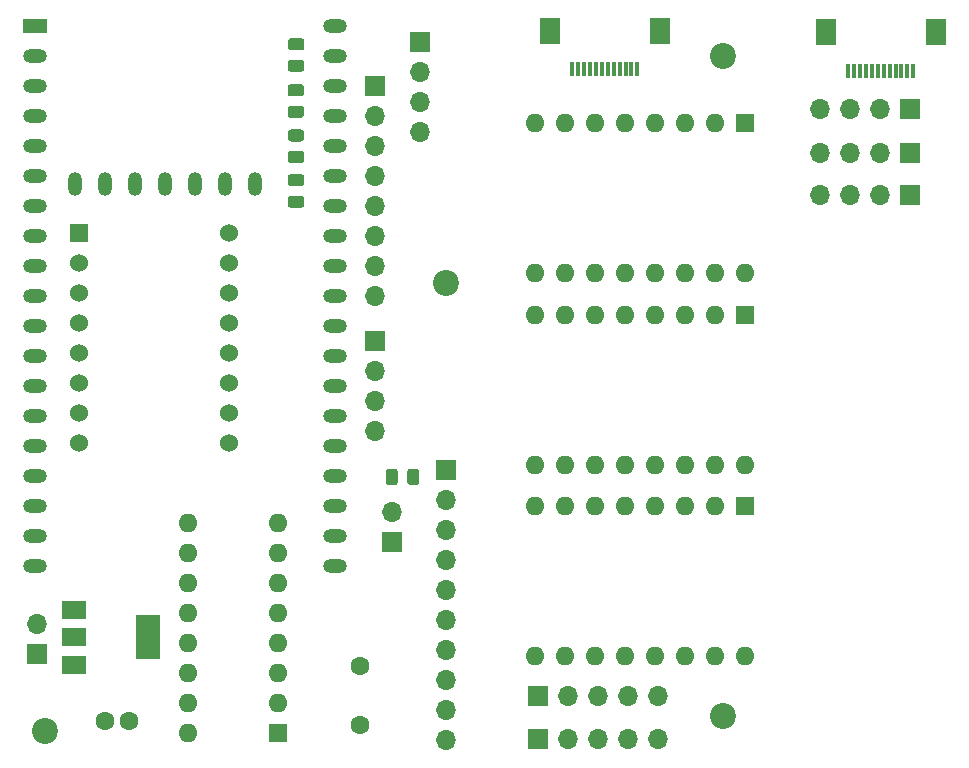
<source format=gbr>
%TF.GenerationSoftware,KiCad,Pcbnew,(7.0.0)*%
%TF.CreationDate,2023-05-19T14:17:50+07:00*%
%TF.ProjectId,wonder-reader-mk2-v2,776f6e64-6572-42d7-9265-616465722d6d,rev?*%
%TF.SameCoordinates,Original*%
%TF.FileFunction,Soldermask,Top*%
%TF.FilePolarity,Negative*%
%FSLAX46Y46*%
G04 Gerber Fmt 4.6, Leading zero omitted, Abs format (unit mm)*
G04 Created by KiCad (PCBNEW (7.0.0)) date 2023-05-19 14:17:50*
%MOMM*%
%LPD*%
G01*
G04 APERTURE LIST*
%ADD10R,1.600000X1.600000*%
%ADD11O,1.600000X1.600000*%
%ADD12R,2.000000X1.500000*%
%ADD13R,2.000000X3.800000*%
%ADD14R,0.300000X1.300000*%
%ADD15R,1.800000X2.200000*%
%ADD16C,1.600000*%
%ADD17R,1.700000X1.700000*%
%ADD18O,1.700000X1.700000*%
%ADD19C,2.200000*%
%ADD20R,2.000000X1.200000*%
%ADD21O,2.000000X1.200000*%
%ADD22R,1.530000X1.530000*%
%ADD23C,1.530000*%
%ADD24O,1.200000X2.000000*%
G04 APERTURE END LIST*
%TO.C,R1*%
G36*
G01*
X134726743Y-109728175D02*
X134726743Y-108828175D01*
G75*
G02*
X134976743Y-108578175I250000J0D01*
G01*
X135501743Y-108578175D01*
G75*
G02*
X135751743Y-108828175I0J-250000D01*
G01*
X135751743Y-109728175D01*
G75*
G02*
X135501743Y-109978175I-250000J0D01*
G01*
X134976743Y-109978175D01*
G75*
G02*
X134726743Y-109728175I0J250000D01*
G01*
G37*
G36*
G01*
X136551743Y-109728175D02*
X136551743Y-108828175D01*
G75*
G02*
X136801743Y-108578175I250000J0D01*
G01*
X137326743Y-108578175D01*
G75*
G02*
X137576743Y-108828175I0J-250000D01*
G01*
X137576743Y-109728175D01*
G75*
G02*
X137326743Y-109978175I-250000J0D01*
G01*
X136801743Y-109978175D01*
G75*
G02*
X136551743Y-109728175I0J250000D01*
G01*
G37*
%TD*%
D10*
%TO.C,A1*%
X165154532Y-111755464D03*
D11*
X162614532Y-111755464D03*
X160074532Y-111755464D03*
X157534532Y-111755464D03*
X154994532Y-111755464D03*
X152454532Y-111755464D03*
X149914532Y-111755464D03*
X147374532Y-111755464D03*
X147374532Y-124455464D03*
X149914532Y-124455464D03*
X152454532Y-124455464D03*
X154994532Y-124455464D03*
X157534532Y-124455464D03*
X160074532Y-124455464D03*
X162614532Y-124455464D03*
X165154532Y-124455464D03*
%TD*%
D12*
%TO.C,U3*%
X108314890Y-120562520D03*
X108314890Y-122862520D03*
D13*
X114614890Y-122862520D03*
D12*
X108314890Y-125162520D03*
%TD*%
D14*
%TO.C,J12*%
X179381216Y-74872391D03*
X178881216Y-74872391D03*
X178381216Y-74872391D03*
X177881216Y-74872391D03*
X177381216Y-74872391D03*
X176881216Y-74872391D03*
X176381216Y-74872391D03*
X175881216Y-74872391D03*
X175381216Y-74872391D03*
X174881216Y-74872391D03*
X174381216Y-74872391D03*
X173881216Y-74872391D03*
D15*
X181281216Y-71622391D03*
X171981216Y-71622391D03*
%TD*%
D10*
%TO.C,U5*%
X125616850Y-130944114D03*
D11*
X125616850Y-128404114D03*
X125616850Y-125864114D03*
X125616850Y-123324114D03*
X125616850Y-120784114D03*
X125616850Y-118244114D03*
X125616850Y-115704114D03*
X125616850Y-113164114D03*
X117996850Y-113164114D03*
X117996850Y-115704114D03*
X117996850Y-118244114D03*
X117996850Y-120784114D03*
X117996850Y-123324114D03*
X117996850Y-125864114D03*
X117996850Y-128404114D03*
X117996850Y-130944114D03*
%TD*%
D16*
%TO.C,C1*%
X132541682Y-130270696D03*
X132541682Y-125270696D03*
%TD*%
D17*
%TO.C,J3*%
X139787204Y-108660183D03*
D18*
X139787204Y-111200183D03*
X139787204Y-113740183D03*
X139787204Y-116280183D03*
X139787204Y-118820183D03*
X139787204Y-121360183D03*
X139787204Y-123900183D03*
X139787204Y-126440183D03*
X139787204Y-128980183D03*
X139787204Y-131520183D03*
%TD*%
D17*
%TO.C,J7*%
X147646952Y-131432444D03*
D18*
X150186952Y-131432444D03*
X152726952Y-131432444D03*
X155266952Y-131432444D03*
X157806952Y-131432444D03*
%TD*%
D19*
%TO.C,H3*%
X163272561Y-73597706D03*
%TD*%
D17*
%TO.C,J6*%
X137638552Y-72413937D03*
D18*
X137638552Y-74953937D03*
X137638552Y-77493937D03*
X137638552Y-80033937D03*
%TD*%
D16*
%TO.C,C2*%
X110968553Y-129915928D03*
X112968553Y-129915928D03*
%TD*%
D14*
%TO.C,J8*%
X156022651Y-74764154D03*
X155522651Y-74764154D03*
X155022651Y-74764154D03*
X154522651Y-74764154D03*
X154022651Y-74764154D03*
X153522651Y-74764154D03*
X153022651Y-74764154D03*
X152522651Y-74764154D03*
X152022651Y-74764154D03*
X151522651Y-74764154D03*
X151022651Y-74764154D03*
X150522651Y-74764154D03*
D15*
X157922651Y-71514154D03*
X148622651Y-71514154D03*
%TD*%
D10*
%TO.C,A2*%
X165154532Y-95545464D03*
D11*
X162614532Y-95545464D03*
X160074532Y-95545464D03*
X157534532Y-95545464D03*
X154994532Y-95545464D03*
X152454532Y-95545464D03*
X149914532Y-95545464D03*
X147374532Y-95545464D03*
X147374532Y-108245464D03*
X149914532Y-108245464D03*
X152454532Y-108245464D03*
X154994532Y-108245464D03*
X157534532Y-108245464D03*
X160074532Y-108245464D03*
X162614532Y-108245464D03*
X165154532Y-108245464D03*
%TD*%
%TO.C,R3*%
G36*
G01*
X127579854Y-74986004D02*
X126679854Y-74986004D01*
G75*
G02*
X126429854Y-74736004I0J250000D01*
G01*
X126429854Y-74211004D01*
G75*
G02*
X126679854Y-73961004I250000J0D01*
G01*
X127579854Y-73961004D01*
G75*
G02*
X127829854Y-74211004I0J-250000D01*
G01*
X127829854Y-74736004D01*
G75*
G02*
X127579854Y-74986004I-250000J0D01*
G01*
G37*
G36*
G01*
X127579854Y-73161004D02*
X126679854Y-73161004D01*
G75*
G02*
X126429854Y-72911004I0J250000D01*
G01*
X126429854Y-72386004D01*
G75*
G02*
X126679854Y-72136004I250000J0D01*
G01*
X127579854Y-72136004D01*
G75*
G02*
X127829854Y-72386004I0J-250000D01*
G01*
X127829854Y-72911004D01*
G75*
G02*
X127579854Y-73161004I-250000J0D01*
G01*
G37*
%TD*%
D17*
%TO.C,J4*%
X135246505Y-114775026D03*
D18*
X135246505Y-112235026D03*
%TD*%
D17*
%TO.C,J5*%
X133828552Y-76213937D03*
D18*
X133828552Y-78753937D03*
X133828552Y-81293937D03*
X133828552Y-83833937D03*
X133828552Y-86373937D03*
X133828552Y-88913937D03*
X133828552Y-91453937D03*
X133828552Y-93993937D03*
%TD*%
%TO.C,R4*%
G36*
G01*
X127571053Y-82705000D02*
X126671053Y-82705000D01*
G75*
G02*
X126421053Y-82455000I0J250000D01*
G01*
X126421053Y-81930000D01*
G75*
G02*
X126671053Y-81680000I250000J0D01*
G01*
X127571053Y-81680000D01*
G75*
G02*
X127821053Y-81930000I0J-250000D01*
G01*
X127821053Y-82455000D01*
G75*
G02*
X127571053Y-82705000I-250000J0D01*
G01*
G37*
G36*
G01*
X127571053Y-80880000D02*
X126671053Y-80880000D01*
G75*
G02*
X126421053Y-80630000I0J250000D01*
G01*
X126421053Y-80105000D01*
G75*
G02*
X126671053Y-79855000I250000J0D01*
G01*
X127571053Y-79855000D01*
G75*
G02*
X127821053Y-80105000I0J-250000D01*
G01*
X127821053Y-80630000D01*
G75*
G02*
X127571053Y-80880000I-250000J0D01*
G01*
G37*
%TD*%
D20*
%TO.C,U1*%
X105014959Y-71094589D03*
D21*
X105014959Y-73634589D03*
X105014959Y-76174589D03*
X105014959Y-78714589D03*
X105014959Y-81254589D03*
X105014959Y-83794589D03*
X105014959Y-86334589D03*
X105014959Y-88874589D03*
X105014959Y-91414589D03*
X105014959Y-93954589D03*
X105014959Y-96494589D03*
X105014959Y-99034589D03*
X105014959Y-101574589D03*
X105014959Y-104114589D03*
X105014959Y-106654589D03*
X105014959Y-109194589D03*
X105014959Y-111734589D03*
X105014959Y-114274589D03*
X105014959Y-116814589D03*
X130411279Y-116811869D03*
X130411279Y-114271869D03*
X130414959Y-111734589D03*
X130414959Y-109194589D03*
X130414959Y-106654589D03*
X130414959Y-104114589D03*
X130414959Y-101574589D03*
X130414959Y-99034589D03*
X130414959Y-96494589D03*
X130414959Y-93954589D03*
X130414959Y-91414589D03*
X130414959Y-88874589D03*
X130414959Y-86334589D03*
X130414959Y-83794589D03*
X130414959Y-81254589D03*
X130414959Y-78714589D03*
X130414959Y-76174589D03*
X130414959Y-73634589D03*
X130414959Y-71094589D03*
%TD*%
D17*
%TO.C,J11*%
X179122293Y-78163587D03*
D18*
X176582293Y-78163587D03*
X174042293Y-78163587D03*
X171502293Y-78163587D03*
%TD*%
%TO.C,R5*%
G36*
G01*
X127571053Y-86488938D02*
X126671053Y-86488938D01*
G75*
G02*
X126421053Y-86238938I0J250000D01*
G01*
X126421053Y-85713938D01*
G75*
G02*
X126671053Y-85463938I250000J0D01*
G01*
X127571053Y-85463938D01*
G75*
G02*
X127821053Y-85713938I0J-250000D01*
G01*
X127821053Y-86238938D01*
G75*
G02*
X127571053Y-86488938I-250000J0D01*
G01*
G37*
G36*
G01*
X127571053Y-84663938D02*
X126671053Y-84663938D01*
G75*
G02*
X126421053Y-84413938I0J250000D01*
G01*
X126421053Y-83888938D01*
G75*
G02*
X126671053Y-83638938I250000J0D01*
G01*
X127571053Y-83638938D01*
G75*
G02*
X127821053Y-83888938I0J-250000D01*
G01*
X127821053Y-84413938D01*
G75*
G02*
X127571053Y-84663938I-250000J0D01*
G01*
G37*
%TD*%
D17*
%TO.C,J2*%
X105210563Y-124253439D03*
D18*
X105210563Y-121713439D03*
%TD*%
D19*
%TO.C,H4*%
X163272561Y-129477706D03*
%TD*%
D17*
%TO.C,J9*%
X179099848Y-85424370D03*
D18*
X176559848Y-85424370D03*
X174019848Y-85424370D03*
X171479848Y-85424370D03*
%TD*%
D17*
%TO.C,J10*%
X179108102Y-81809580D03*
D18*
X176568102Y-81809580D03*
X174028102Y-81809580D03*
X171488102Y-81809580D03*
%TD*%
D17*
%TO.C,J1*%
X133828552Y-97803937D03*
D18*
X133828552Y-100343937D03*
X133828552Y-102883937D03*
X133828552Y-105423937D03*
%TD*%
D19*
%TO.C,H1*%
X139815203Y-92863749D03*
%TD*%
D10*
%TO.C,A3*%
X165099999Y-79293319D03*
D11*
X162559999Y-79293319D03*
X160019999Y-79293319D03*
X157479999Y-79293319D03*
X154939999Y-79293319D03*
X152399999Y-79293319D03*
X149859999Y-79293319D03*
X147319999Y-79293319D03*
X147319999Y-91993319D03*
X149859999Y-91993319D03*
X152399999Y-91993319D03*
X154939999Y-91993319D03*
X157479999Y-91993319D03*
X160019999Y-91993319D03*
X162559999Y-91993319D03*
X165099999Y-91993319D03*
%TD*%
D22*
%TO.C,U2*%
X108776201Y-88658017D03*
D23*
X108776202Y-91198018D03*
X108776202Y-93738018D03*
X108776202Y-96278018D03*
X108776202Y-98818018D03*
X108776202Y-101358018D03*
X108776202Y-103898018D03*
X108776202Y-106438018D03*
X121476202Y-106438018D03*
X121476202Y-103898018D03*
X121476202Y-101358018D03*
X121476202Y-98818018D03*
X121476202Y-96278018D03*
X121476202Y-93738018D03*
X121476202Y-91198018D03*
X121476202Y-88658018D03*
%TD*%
D19*
%TO.C,H2*%
X105888553Y-130823938D03*
%TD*%
D17*
%TO.C,J14*%
X147633171Y-127822421D03*
D18*
X150173171Y-127822421D03*
X152713171Y-127822421D03*
X155253171Y-127822421D03*
X157793171Y-127822421D03*
%TD*%
%TO.C,R2*%
G36*
G01*
X127554034Y-78884819D02*
X126654034Y-78884819D01*
G75*
G02*
X126404034Y-78634819I0J250000D01*
G01*
X126404034Y-78109819D01*
G75*
G02*
X126654034Y-77859819I250000J0D01*
G01*
X127554034Y-77859819D01*
G75*
G02*
X127804034Y-78109819I0J-250000D01*
G01*
X127804034Y-78634819D01*
G75*
G02*
X127554034Y-78884819I-250000J0D01*
G01*
G37*
G36*
G01*
X127554034Y-77059819D02*
X126654034Y-77059819D01*
G75*
G02*
X126404034Y-76809819I0J250000D01*
G01*
X126404034Y-76284819D01*
G75*
G02*
X126654034Y-76034819I250000J0D01*
G01*
X127554034Y-76034819D01*
G75*
G02*
X127804034Y-76284819I0J-250000D01*
G01*
X127804034Y-76809819D01*
G75*
G02*
X127554034Y-77059819I-250000J0D01*
G01*
G37*
%TD*%
D24*
%TO.C,U6*%
X108440671Y-84452759D03*
X110980671Y-84452759D03*
X113520671Y-84452759D03*
X116060671Y-84452759D03*
X118600671Y-84452759D03*
X121140671Y-84452759D03*
X123680671Y-84452759D03*
%TD*%
M02*

</source>
